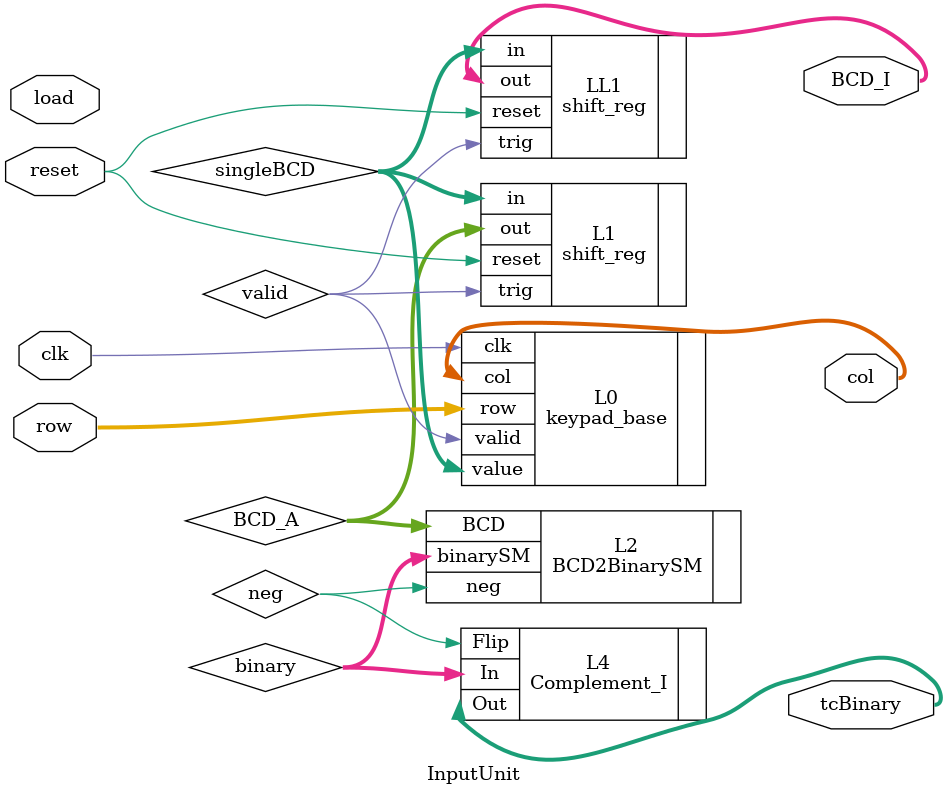
<source format=v>
module InputUnit
(
	input clk,
	input load,
	input reset,
	input [3:0] row,
	output [3:0] col,
	output [31:0] tcBinary,
	output [23:0] BCD_I
);

wire valid;
wire [3:0] singleBCD;
wire [23:0] BCD_A;
wire [31:0] binary;
wire neg;

keypad_base L0
(
	.clk(clk),
	.row(row),
	.col(col),
	.value(singleBCD),
	.valid(valid)
);

shift_reg #(.COUNT(6), .START(24'd0)) L1  //For Arithmetic Unit
(
	.trig(valid),
	.in(singleBCD),
	.out(BCD_A),
	.reset(reset)
);

shift_reg #(.COUNT(6), .START(24'hffffff)) LL1 //For Output Unit
(
	.trig(valid),
	.in(singleBCD),
	.out(BCD_I),
	.reset(reset)
);

BCD2BinarySM L2
(
	.BCD(BCD_A),
	.binarySM(binary),
	.neg(neg)
);

Complement_I #(.N(32)) L4
(
	.In(binary),
	.Flip(neg),
	.Out(tcBinary)
);

endmodule

</source>
